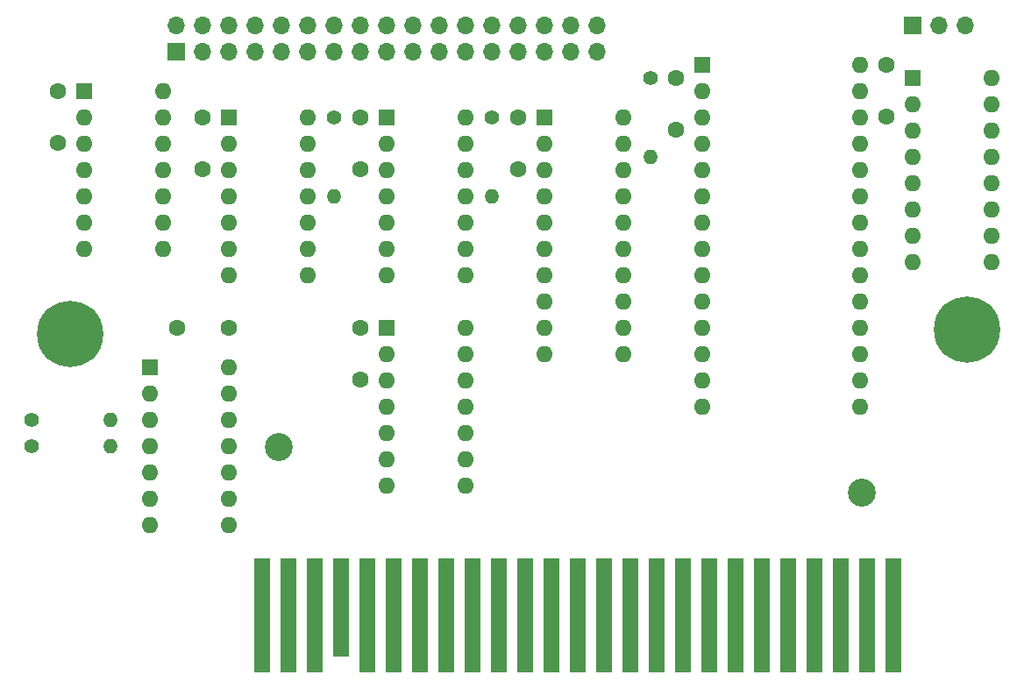
<source format=gbr>
%TF.GenerationSoftware,KiCad,Pcbnew,7.0.9*%
%TF.CreationDate,2024-01-18T21:39:17-03:00*%
%TF.ProjectId,HB3600-Cart,48423336-3030-42d4-9361-72742e6b6963,V1.0*%
%TF.SameCoordinates,Original*%
%TF.FileFunction,Soldermask,Top*%
%TF.FilePolarity,Negative*%
%FSLAX46Y46*%
G04 Gerber Fmt 4.6, Leading zero omitted, Abs format (unit mm)*
G04 Created by KiCad (PCBNEW 7.0.9) date 2024-01-18 21:39:17*
%MOMM*%
%LPD*%
G01*
G04 APERTURE LIST*
%ADD10R,1.500000X11.000000*%
%ADD11R,1.500000X9.500000*%
%ADD12C,1.600000*%
%ADD13C,1.400000*%
%ADD14O,1.400000X1.400000*%
%ADD15R,1.600000X1.600000*%
%ADD16O,1.600000X1.600000*%
%ADD17C,2.700000*%
%ADD18R,1.700000X1.700000*%
%ADD19O,1.700000X1.700000*%
%ADD20C,6.400000*%
G04 APERTURE END LIST*
D10*
%TO.C,P1*%
X213465600Y-147798000D03*
X210925600Y-147798000D03*
X208385600Y-147798000D03*
X205845600Y-147798000D03*
X203305600Y-147798000D03*
X200765600Y-147798000D03*
X198225600Y-147798000D03*
X195685600Y-147798000D03*
X193145600Y-147798000D03*
X190605600Y-147798000D03*
X188065600Y-147798000D03*
X185525600Y-147798000D03*
X182985600Y-147798000D03*
X180445600Y-147798000D03*
X177905600Y-147798000D03*
X175365600Y-147798000D03*
X172825600Y-147798000D03*
X170285600Y-147798000D03*
X167745600Y-147798000D03*
X165205600Y-147798000D03*
X162665600Y-147798000D03*
D11*
X160125600Y-147038000D03*
D10*
X157585600Y-147798000D03*
X155045600Y-147798000D03*
X152505600Y-147798000D03*
%TD*%
D12*
%TO.C,C5*%
X192459800Y-95880400D03*
X192459800Y-100880400D03*
%TD*%
D13*
%TO.C,R4*%
X130223450Y-128894050D03*
D14*
X137843450Y-128894050D03*
%TD*%
D15*
%TO.C,U7*%
X141659800Y-123820400D03*
D16*
X141659800Y-126360400D03*
X141659800Y-128900400D03*
X141659800Y-131440400D03*
X141659800Y-133980400D03*
X141659800Y-136520400D03*
X141659800Y-139060400D03*
X149279800Y-139060400D03*
X149279800Y-136520400D03*
X149279800Y-133980400D03*
X149279800Y-131440400D03*
X149279800Y-128900400D03*
X149279800Y-126360400D03*
X149279800Y-123820400D03*
%TD*%
D15*
%TO.C,U5*%
X194999800Y-94610400D03*
D16*
X194999800Y-97150400D03*
X194999800Y-99690400D03*
X194999800Y-102230400D03*
X194999800Y-104770400D03*
X194999800Y-107310400D03*
X194999800Y-109850400D03*
X194999800Y-112390400D03*
X194999800Y-114930400D03*
X194999800Y-117470400D03*
X194999800Y-120010400D03*
X194999800Y-122550400D03*
X194999800Y-125090400D03*
X194999800Y-127630400D03*
X210239800Y-127630400D03*
X210239800Y-125090400D03*
X210239800Y-122550400D03*
X210239800Y-120010400D03*
X210239800Y-117470400D03*
X210239800Y-114930400D03*
X210239800Y-112390400D03*
X210239800Y-109850400D03*
X210239800Y-107310400D03*
X210239800Y-104770400D03*
X210239800Y-102230400D03*
X210239800Y-99690400D03*
X210239800Y-97150400D03*
X210239800Y-94610400D03*
%TD*%
D13*
%TO.C,R1*%
X159439800Y-99690400D03*
D14*
X159439800Y-107310400D03*
%TD*%
D15*
%TO.C,U3*%
X164519800Y-99665000D03*
D16*
X164519800Y-102205000D03*
X164519800Y-104745000D03*
X164519800Y-107285000D03*
X164519800Y-109825000D03*
X164519800Y-112365000D03*
X164519800Y-114905000D03*
X172139800Y-114905000D03*
X172139800Y-112365000D03*
X172139800Y-109825000D03*
X172139800Y-107285000D03*
X172139800Y-104745000D03*
X172139800Y-102205000D03*
X172139800Y-99665000D03*
%TD*%
D12*
%TO.C,C2*%
X146739800Y-99690400D03*
X146739800Y-104690400D03*
%TD*%
%TO.C,C7*%
X149239800Y-120010400D03*
X144239800Y-120010400D03*
%TD*%
D13*
%TO.C,R3*%
X189970600Y-95880400D03*
D14*
X189970600Y-103500400D03*
%TD*%
D17*
%TO.C,HOLE3*%
X210385850Y-135929850D03*
%TD*%
D13*
%TO.C,R5*%
X130229800Y-131465800D03*
D14*
X137849800Y-131465800D03*
%TD*%
D15*
%TO.C,U1*%
X135309800Y-97150400D03*
D16*
X135309800Y-99690400D03*
X135309800Y-102230400D03*
X135309800Y-104770400D03*
X135309800Y-107310400D03*
X135309800Y-109850400D03*
X135309800Y-112390400D03*
X142929800Y-112390400D03*
X142929800Y-109850400D03*
X142929800Y-107310400D03*
X142929800Y-104770400D03*
X142929800Y-102230400D03*
X142929800Y-99690400D03*
X142929800Y-97150400D03*
%TD*%
D12*
%TO.C,C1*%
X132769800Y-97139600D03*
X132769800Y-102139600D03*
%TD*%
D15*
%TO.C,U4*%
X179759800Y-99690400D03*
D16*
X179759800Y-102230400D03*
X179759800Y-104770400D03*
X179759800Y-107310400D03*
X179759800Y-109850400D03*
X179759800Y-112390400D03*
X179759800Y-114930400D03*
X179759800Y-117470400D03*
X179759800Y-120010400D03*
X179759800Y-122550400D03*
X187379800Y-122550400D03*
X187379800Y-120010400D03*
X187379800Y-117470400D03*
X187379800Y-114930400D03*
X187379800Y-112390400D03*
X187379800Y-109850400D03*
X187379800Y-107310400D03*
X187379800Y-104770400D03*
X187379800Y-102230400D03*
X187379800Y-99690400D03*
%TD*%
D13*
%TO.C,R2*%
X174679800Y-99690400D03*
D14*
X174679800Y-107310400D03*
%TD*%
D18*
%TO.C,J1*%
X144199800Y-93340400D03*
D19*
X144199800Y-90800400D03*
X146739800Y-93340400D03*
X146739800Y-90800400D03*
X149279800Y-93340400D03*
X149279800Y-90800400D03*
X151819800Y-93340400D03*
X151819800Y-90800400D03*
X154359800Y-93340400D03*
X154359800Y-90800400D03*
X156899800Y-93340400D03*
X156899800Y-90800400D03*
X159439800Y-93340400D03*
X159439800Y-90800400D03*
X161979800Y-93340400D03*
X161979800Y-90800400D03*
X164519800Y-93340400D03*
X164519800Y-90800400D03*
X167059800Y-93340400D03*
X167059800Y-90800400D03*
X169599800Y-93340400D03*
X169599800Y-90800400D03*
X172139800Y-93340400D03*
X172139800Y-90800400D03*
X174679800Y-93340400D03*
X174679800Y-90800400D03*
X177219800Y-93340400D03*
X177219800Y-90800400D03*
X179759800Y-93340400D03*
X179759800Y-90800400D03*
X182299800Y-93340400D03*
X182299800Y-90800400D03*
X184839800Y-93340400D03*
X184839800Y-90800400D03*
%TD*%
D15*
%TO.C,U2*%
X149279800Y-99690400D03*
D16*
X149279800Y-102230400D03*
X149279800Y-104770400D03*
X149279800Y-107310400D03*
X149279800Y-109850400D03*
X149279800Y-112390400D03*
X149279800Y-114930400D03*
X156899800Y-114930400D03*
X156899800Y-112390400D03*
X156899800Y-109850400D03*
X156899800Y-107310400D03*
X156899800Y-104770400D03*
X156899800Y-102230400D03*
X156899800Y-99690400D03*
%TD*%
D17*
%TO.C,HOLE2*%
X154105800Y-131516600D03*
%TD*%
D15*
%TO.C,U6*%
X215319800Y-95880400D03*
D16*
X215319800Y-98420400D03*
X215319800Y-100960400D03*
X215319800Y-103500400D03*
X215319800Y-106040400D03*
X215319800Y-108580400D03*
X215319800Y-111120400D03*
X215319800Y-113660400D03*
X222939800Y-113660400D03*
X222939800Y-111120400D03*
X222939800Y-108580400D03*
X222939800Y-106040400D03*
X222939800Y-103500400D03*
X222939800Y-100960400D03*
X222939800Y-98420400D03*
X222939800Y-95880400D03*
%TD*%
D12*
%TO.C,C6*%
X212779800Y-94610400D03*
X212779800Y-99610400D03*
%TD*%
%TO.C,C4*%
X177215800Y-99690400D03*
X177215800Y-104690400D03*
%TD*%
D15*
%TO.C,U8*%
X164513450Y-119978650D03*
D16*
X164513450Y-122518650D03*
X164513450Y-125058650D03*
X164513450Y-127598650D03*
X164513450Y-130138650D03*
X164513450Y-132678650D03*
X164513450Y-135218650D03*
X172133450Y-135218650D03*
X172133450Y-132678650D03*
X172133450Y-130138650D03*
X172133450Y-127598650D03*
X172133450Y-125058650D03*
X172133450Y-122518650D03*
X172133450Y-119978650D03*
%TD*%
D18*
%TO.C,J2*%
X215313450Y-90794050D03*
D19*
X217853450Y-90794050D03*
X220393450Y-90794050D03*
%TD*%
D12*
%TO.C,C3*%
X161979800Y-99665000D03*
X161979800Y-104665000D03*
%TD*%
D20*
%TO.C,HOLE1*%
X133963600Y-120594600D03*
%TD*%
D12*
%TO.C,C8*%
X161973450Y-120004050D03*
X161973450Y-125004050D03*
%TD*%
D20*
%TO.C,HOLE4*%
X220545850Y-120207250D03*
%TD*%
M02*

</source>
